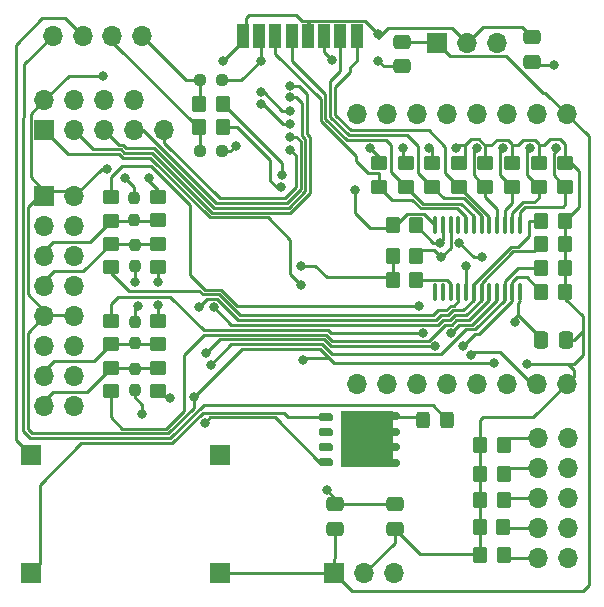
<source format=gbr>
%TF.GenerationSoftware,KiCad,Pcbnew,8.0.1*%
%TF.CreationDate,2024-04-28T21:45:25+02:00*%
%TF.ProjectId,EHealth_PCB,45486561-6c74-4685-9f50-43422e6b6963,rev?*%
%TF.SameCoordinates,Original*%
%TF.FileFunction,Copper,L1,Top*%
%TF.FilePolarity,Positive*%
%FSLAX46Y46*%
G04 Gerber Fmt 4.6, Leading zero omitted, Abs format (unit mm)*
G04 Created by KiCad (PCBNEW 8.0.1) date 2024-04-28 21:45:25*
%MOMM*%
%LPD*%
G01*
G04 APERTURE LIST*
G04 Aperture macros list*
%AMRoundRect*
0 Rectangle with rounded corners*
0 $1 Rounding radius*
0 $2 $3 $4 $5 $6 $7 $8 $9 X,Y pos of 4 corners*
0 Add a 4 corners polygon primitive as box body*
4,1,4,$2,$3,$4,$5,$6,$7,$8,$9,$2,$3,0*
0 Add four circle primitives for the rounded corners*
1,1,$1+$1,$2,$3*
1,1,$1+$1,$4,$5*
1,1,$1+$1,$6,$7*
1,1,$1+$1,$8,$9*
0 Add four rect primitives between the rounded corners*
20,1,$1+$1,$2,$3,$4,$5,0*
20,1,$1+$1,$4,$5,$6,$7,0*
20,1,$1+$1,$6,$7,$8,$9,0*
20,1,$1+$1,$8,$9,$2,$3,0*%
G04 Aperture macros list end*
%TA.AperFunction,SMDPad,CuDef*%
%ADD10RoundRect,0.250000X0.350000X0.450000X-0.350000X0.450000X-0.350000X-0.450000X0.350000X-0.450000X0*%
%TD*%
%TA.AperFunction,SMDPad,CuDef*%
%ADD11RoundRect,0.250000X-0.450000X0.350000X-0.450000X-0.350000X0.450000X-0.350000X0.450000X0.350000X0*%
%TD*%
%TA.AperFunction,ComponentPad*%
%ADD12O,1.700000X1.700000*%
%TD*%
%TA.AperFunction,SMDPad,CuDef*%
%ADD13RoundRect,0.250000X-0.350000X-0.450000X0.350000X-0.450000X0.350000X0.450000X-0.350000X0.450000X0*%
%TD*%
%TA.AperFunction,SMDPad,CuDef*%
%ADD14RoundRect,0.237500X0.237500X-0.250000X0.237500X0.250000X-0.237500X0.250000X-0.237500X-0.250000X0*%
%TD*%
%TA.AperFunction,ComponentPad*%
%ADD15R,1.700000X1.700000*%
%TD*%
%TA.AperFunction,SMDPad,CuDef*%
%ADD16RoundRect,0.100000X0.100000X-0.637500X0.100000X0.637500X-0.100000X0.637500X-0.100000X-0.637500X0*%
%TD*%
%TA.AperFunction,SMDPad,CuDef*%
%ADD17RoundRect,0.162500X-0.437500X-0.162500X0.437500X-0.162500X0.437500X0.162500X-0.437500X0.162500X0*%
%TD*%
%TA.AperFunction,SMDPad,CuDef*%
%ADD18R,4.500000X4.700000*%
%TD*%
%TA.AperFunction,SMDPad,CuDef*%
%ADD19RoundRect,0.175000X-0.325000X-0.175000X0.325000X-0.175000X0.325000X0.175000X-0.325000X0.175000X0*%
%TD*%
%TA.AperFunction,SMDPad,CuDef*%
%ADD20RoundRect,0.237500X0.250000X0.237500X-0.250000X0.237500X-0.250000X-0.237500X0.250000X-0.237500X0*%
%TD*%
%TA.AperFunction,SMDPad,CuDef*%
%ADD21RoundRect,0.250000X0.450000X-0.350000X0.450000X0.350000X-0.450000X0.350000X-0.450000X-0.350000X0*%
%TD*%
%TA.AperFunction,SMDPad,CuDef*%
%ADD22RoundRect,0.250000X0.475000X-0.337500X0.475000X0.337500X-0.475000X0.337500X-0.475000X-0.337500X0*%
%TD*%
%TA.AperFunction,SMDPad,CuDef*%
%ADD23RoundRect,0.250000X0.325000X0.450000X-0.325000X0.450000X-0.325000X-0.450000X0.325000X-0.450000X0*%
%TD*%
%TA.AperFunction,SMDPad,CuDef*%
%ADD24RoundRect,0.250000X-0.475000X0.337500X-0.475000X-0.337500X0.475000X-0.337500X0.475000X0.337500X0*%
%TD*%
%TA.AperFunction,SMDPad,CuDef*%
%ADD25RoundRect,0.237500X-0.237500X0.250000X-0.237500X-0.250000X0.237500X-0.250000X0.237500X0.250000X0*%
%TD*%
%TA.AperFunction,SMDPad,CuDef*%
%ADD26R,1.000000X2.000000*%
%TD*%
%TA.AperFunction,SMDPad,CuDef*%
%ADD27RoundRect,0.250000X0.337500X0.475000X-0.337500X0.475000X-0.337500X-0.475000X0.337500X-0.475000X0*%
%TD*%
%TA.AperFunction,ViaPad*%
%ADD28C,0.800000*%
%TD*%
%TA.AperFunction,Conductor*%
%ADD29C,0.250000*%
%TD*%
%TA.AperFunction,Conductor*%
%ADD30C,0.127000*%
%TD*%
G04 APERTURE END LIST*
D10*
%TO.P,R16,1*%
%TO.N,Net-(J1-Pin_4)*%
X220771616Y-100351675D03*
%TO.P,R16,2*%
%TO.N,+3.3V*%
X218771616Y-100351675D03*
%TD*%
D11*
%TO.P,R25,1*%
%TO.N,+3.3V*%
X226000000Y-69500000D03*
%TO.P,R25,2*%
%TO.N,/SDA_mult*%
X226000000Y-71500000D03*
%TD*%
%TO.P,R8,1*%
%TO.N,+3.3V*%
X191550000Y-72375159D03*
%TO.P,R8,2*%
%TO.N,Net-(D3-A2)*%
X191550000Y-74375159D03*
%TD*%
D12*
%TO.P,J1,1,Pin_1*%
%TO.N,GND*%
X226275000Y-102990000D03*
%TO.P,J1,2,Pin_2*%
%TO.N,Net-(J1-Pin_2)*%
X223735000Y-102990000D03*
%TO.P,J1,3,Pin_3*%
%TO.N,GND*%
X226275000Y-100450000D03*
%TO.P,J1,4,Pin_4*%
%TO.N,Net-(J1-Pin_4)*%
X223735000Y-100450000D03*
%TO.P,J1,5,Pin_5*%
%TO.N,GND*%
X226275000Y-97910000D03*
%TO.P,J1,6,Pin_6*%
%TO.N,Net-(J1-Pin_6)*%
X223735000Y-97910000D03*
%TO.P,J1,7,Pin_7*%
%TO.N,GND*%
X226275000Y-95370000D03*
%TO.P,J1,8,Pin_8*%
%TO.N,Net-(J1-Pin_8)*%
X223735000Y-95370000D03*
%TO.P,J1,9,Pin_9*%
%TO.N,GND*%
X226275000Y-92830000D03*
%TO.P,J1,10,Pin_10*%
%TO.N,Net-(J1-Pin_10)*%
X223735000Y-92830000D03*
%TD*%
D10*
%TO.P,R17,1*%
%TO.N,Net-(J1-Pin_2)*%
X220811509Y-102698100D03*
%TO.P,R17,2*%
%TO.N,+3.3V*%
X218811509Y-102698100D03*
%TD*%
D13*
%TO.P,R4,1*%
%TO.N,+3.3V*%
X211400000Y-74800000D03*
%TO.P,R4,2*%
%TO.N,/SDA*%
X213400000Y-74800000D03*
%TD*%
D11*
%TO.P,R27,1*%
%TO.N,+3.3V*%
X221500000Y-69500000D03*
%TO.P,R27,2*%
%TO.N,Net-(J2-Pin_4)*%
X221500000Y-71500000D03*
%TD*%
D14*
%TO.P,D5,1,A1*%
%TO.N,GND*%
X189550000Y-88762500D03*
%TO.P,D5,2,A2*%
%TO.N,Net-(D5-A2)*%
X189550000Y-86937500D03*
%TD*%
D10*
%TO.P,R10,1*%
%TO.N,+3.3V*%
X226000000Y-76400000D03*
%TO.P,R10,2*%
%TO.N,Net-(J4-Pin_6)*%
X224000000Y-76400000D03*
%TD*%
D15*
%TO.P,U2,1,-Vin*%
%TO.N,GND_12V*%
X180750000Y-94250000D03*
%TO.P,U2,2,+Vin*%
%TO.N,Net-(T1-S)*%
X180750000Y-104250000D03*
%TO.P,U2,3,-Vout*%
%TO.N,GND*%
X196750000Y-94250000D03*
%TO.P,U2,4,+Vout*%
%TO.N,VDD*%
X196750000Y-104250000D03*
%TD*%
D16*
%TO.P,U1,1,A0*%
%TO.N,unconnected-(U1-A0-Pad1)*%
X215025000Y-80462500D03*
%TO.P,U1,2,A1*%
%TO.N,unconnected-(U1-A1-Pad2)*%
X215675000Y-80462500D03*
%TO.P,U1,3,~{RESET}*%
%TO.N,Net-(U1-~{RESET})*%
X216325000Y-80462500D03*
%TO.P,U1,4,SD0*%
%TO.N,Net-(U1-SD0)*%
X216975000Y-80462500D03*
%TO.P,U1,5,SC0*%
%TO.N,Net-(U1-SC0)*%
X217625000Y-80462500D03*
%TO.P,U1,6,SD1*%
%TO.N,Net-(J4-Pin_8)*%
X218275000Y-80462500D03*
%TO.P,U1,7,SC1*%
%TO.N,Net-(J4-Pin_6)*%
X218925000Y-80462500D03*
%TO.P,U1,8,SD2*%
%TO.N,Net-(U1-SD2)*%
X219575000Y-80462500D03*
%TO.P,U1,9,SC2*%
%TO.N,Net-(U1-SC2)*%
X220225000Y-80462500D03*
%TO.P,U1,10,SD3*%
%TO.N,Net-(J4-Pin_16)*%
X220875000Y-80462500D03*
%TO.P,U1,11,SC3*%
%TO.N,Net-(J4-Pin_14)*%
X221525000Y-80462500D03*
%TO.P,U1,12,GND*%
%TO.N,GND*%
X222175000Y-80462500D03*
%TO.P,U1,13,SD4*%
%TO.N,/SDA_mult*%
X222175000Y-74737500D03*
%TO.P,U1,14,SC4*%
%TO.N,/SCL_mult*%
X221525000Y-74737500D03*
%TO.P,U1,15,SD5*%
%TO.N,Net-(J2-Pin_4)*%
X220875000Y-74737500D03*
%TO.P,U1,16,SC5*%
%TO.N,Net-(J2-Pin_3)*%
X220225000Y-74737500D03*
%TO.P,U1,17,SD6*%
%TO.N,Net-(J3-Pin_8)*%
X219575000Y-74737500D03*
%TO.P,U1,18,SC6*%
%TO.N,Net-(J3-Pin_7)*%
X218925000Y-74737500D03*
%TO.P,U1,19,SD7*%
%TO.N,Net-(J3-Pin_4)*%
X218275000Y-74737500D03*
%TO.P,U1,20,SC7*%
%TO.N,Net-(J3-Pin_3)*%
X217625000Y-74737500D03*
%TO.P,U1,21,A2*%
%TO.N,unconnected-(U1-A2-Pad21)*%
X216975000Y-74737500D03*
%TO.P,U1,22,SCL*%
%TO.N,/SCL*%
X216325000Y-74737500D03*
%TO.P,U1,23,SDA*%
%TO.N,/SDA*%
X215675000Y-74737500D03*
%TO.P,U1,24,VCC*%
%TO.N,+3.3V*%
X215025000Y-74737500D03*
%TD*%
D11*
%TO.P,R21,1*%
%TO.N,+3.3V*%
X217000000Y-69500000D03*
%TO.P,R21,2*%
%TO.N,Net-(J3-Pin_8)*%
X217000000Y-71500000D03*
%TD*%
D10*
%TO.P,R18,1*%
%TO.N,+3.3V*%
X226000000Y-78400000D03*
%TO.P,R18,2*%
%TO.N,Net-(J4-Pin_16)*%
X224000000Y-78400000D03*
%TD*%
D17*
%TO.P,T1,1,S*%
%TO.N,Net-(T1-S)*%
X205750000Y-91001813D03*
%TO.P,T1,2*%
%TO.N,N/C*%
X205750000Y-92271813D03*
%TO.P,T1,3*%
X205750000Y-93541813D03*
%TO.P,T1,4,G*%
%TO.N,GND_12V*%
X205750000Y-94811813D03*
D18*
%TO.P,T1,5,D*%
%TO.N,Net-(T1-D)*%
X209250000Y-92906813D03*
D19*
X211500000Y-90911813D03*
X211500000Y-92241813D03*
X211500000Y-93571813D03*
X211500000Y-94901813D03*
%TD*%
D15*
%TO.P,J4-OffTheShelf-Digital1,1,Pin_1*%
%TO.N,/A5*%
X181920000Y-66750000D03*
D12*
%TO.P,J4-OffTheShelf-Digital1,2,Pin_2*%
%TO.N,+3.3V*%
X181920000Y-64210000D03*
%TO.P,J4-OffTheShelf-Digital1,3,Pin_3*%
%TO.N,/SPI_CS*%
X184460000Y-66750000D03*
%TO.P,J4-OffTheShelf-Digital1,4,Pin_4*%
%TO.N,GND*%
X184460000Y-64210000D03*
%TO.P,J4-OffTheShelf-Digital1,5,Pin_5*%
%TO.N,/GPIO4_LED*%
X187000000Y-66750000D03*
%TO.P,J4-OffTheShelf-Digital1,6,Pin_6*%
%TO.N,/SDA*%
X187000000Y-64210000D03*
%TO.P,J4-OffTheShelf-Digital1,7,Pin_7*%
%TO.N,/GPIO20_RX*%
X189540000Y-66750000D03*
%TO.P,J4-OffTheShelf-Digital1,8,Pin_8*%
%TO.N,/SCL*%
X189540000Y-64210000D03*
%TO.P,J4-OffTheShelf-Digital1,9,Pin_9*%
%TO.N,/GPIO21_TX*%
X192080000Y-66750000D03*
%TD*%
D11*
%TO.P,R24,1*%
%TO.N,+3.3V*%
X223750000Y-69500000D03*
%TO.P,R24,2*%
%TO.N,/SCL_mult*%
X223750000Y-71500000D03*
%TD*%
%TO.P,R23,1*%
%TO.N,+3.3V*%
X212500000Y-69500000D03*
%TO.P,R23,2*%
%TO.N,Net-(J3-Pin_4)*%
X212500000Y-71500000D03*
%TD*%
D12*
%TO.P,MagneticInterconnect,1,Pin_1*%
%TO.N,VDD_12V*%
X182670000Y-58790000D03*
%TO.P,MagneticInterconnect,2,Pin_2*%
%TO.N,GND_12V*%
X185170000Y-58790000D03*
%TO.P,MagneticInterconnect,3,Pin_3*%
%TO.N,Net-(D2-A2)*%
X187670000Y-58790000D03*
%TO.P,MagneticInterconnect,4,Pin_4*%
%TO.N,Net-(D1-A2)*%
X190170000Y-58790000D03*
%TD*%
D15*
%TO.P,Power,1,Pin_1*%
%TO.N,VDD*%
X206460000Y-104250000D03*
D12*
%TO.P,Power,2,Pin_2*%
%TO.N,+3.3V*%
X209000000Y-104250000D03*
%TO.P,Power,3,Pin_3*%
%TO.N,GND*%
X211540000Y-104250000D03*
%TD*%
D10*
%TO.P,R9,1*%
%TO.N,+3.3V*%
X226000000Y-74400000D03*
%TO.P,R9,2*%
%TO.N,Net-(J4-Pin_8)*%
X224000000Y-74400000D03*
%TD*%
D11*
%TO.P,R26,1*%
%TO.N,+3.3V*%
X219250000Y-69500000D03*
%TO.P,R26,2*%
%TO.N,Net-(J2-Pin_3)*%
X219250000Y-71500000D03*
%TD*%
D20*
%TO.P,D2,1,A1*%
%TO.N,GND*%
X196912500Y-68500000D03*
%TO.P,D2,2,A2*%
%TO.N,Net-(D2-A2)*%
X195087500Y-68500000D03*
%TD*%
D21*
%TO.P,R7,1*%
%TO.N,+3.3V*%
X191550000Y-78350000D03*
%TO.P,R7,2*%
%TO.N,Net-(D4-A2)*%
X191550000Y-76350000D03*
%TD*%
D15*
%TO.P,J4,1,Pin_1*%
%TO.N,+3.3V*%
X181910000Y-72320000D03*
D12*
%TO.P,J4,2,Pin_2*%
X184450000Y-72320000D03*
%TO.P,J4,3,Pin_3*%
%TO.N,GND*%
X181910000Y-74860000D03*
%TO.P,J4,4,Pin_4*%
X184450000Y-74860000D03*
%TO.P,J4,5,Pin_5*%
%TO.N,Net-(D3-A2)*%
X181910000Y-77400000D03*
%TO.P,J4,6,Pin_6*%
%TO.N,Net-(J4-Pin_6)*%
X184450000Y-77400000D03*
%TO.P,J4,7,Pin_7*%
%TO.N,Net-(D4-A2)*%
X181910000Y-79940000D03*
%TO.P,J4,8,Pin_8*%
%TO.N,Net-(J4-Pin_8)*%
X184450000Y-79940000D03*
%TO.P,J4,9,Pin_9*%
%TO.N,+3.3V*%
X181910000Y-82480000D03*
%TO.P,J4,10,Pin_10*%
X184450000Y-82480000D03*
%TO.P,J4,11,Pin_11*%
%TO.N,GND*%
X181910000Y-85020000D03*
%TO.P,J4,12,Pin_12*%
X184450000Y-85020000D03*
%TO.P,J4,13,Pin_13*%
%TO.N,Net-(D6-A2)*%
X181910000Y-87560000D03*
%TO.P,J4,14,Pin_14*%
%TO.N,Net-(J4-Pin_14)*%
X184450000Y-87560000D03*
%TO.P,J4,15,Pin_15*%
%TO.N,Net-(D5-A2)*%
X181910000Y-90100000D03*
%TO.P,J4,16,Pin_16*%
%TO.N,Net-(J4-Pin_16)*%
X184450000Y-90100000D03*
%TD*%
D22*
%TO.P,C1,1*%
%TO.N,GND*%
X212184817Y-61337076D03*
%TO.P,C1,2*%
%TO.N,VDD*%
X212184817Y-59262076D03*
%TD*%
D10*
%TO.P,R14,1*%
%TO.N,Net-(J1-Pin_8)*%
X220811509Y-95832038D03*
%TO.P,R14,2*%
%TO.N,+3.3V*%
X218811509Y-95832038D03*
%TD*%
%TO.P,FB1,1*%
%TO.N,/SDA_mult*%
X197000000Y-66500000D03*
%TO.P,FB1,2*%
%TO.N,Net-(D2-A2)*%
X195000000Y-66500000D03*
%TD*%
D23*
%TO.P,F1,1*%
%TO.N,VDD_12V*%
X216025000Y-91250000D03*
%TO.P,F1,2*%
%TO.N,Net-(T1-D)*%
X213975000Y-91250000D03*
%TD*%
D24*
%TO.P,C4,1*%
%TO.N,GND*%
X206530000Y-98412500D03*
%TO.P,C4,2*%
%TO.N,VDD*%
X206530000Y-100487500D03*
%TD*%
D25*
%TO.P,D3,1,A1*%
%TO.N,GND*%
X189542528Y-72474079D03*
%TO.P,D3,2,A2*%
%TO.N,Net-(D3-A2)*%
X189542528Y-74299079D03*
%TD*%
D14*
%TO.P,D4,1,A1*%
%TO.N,GND*%
X189550000Y-78262500D03*
%TO.P,D4,2,A2*%
%TO.N,Net-(D4-A2)*%
X189550000Y-76437500D03*
%TD*%
D10*
%TO.P,R13,1*%
%TO.N,Net-(J1-Pin_10)*%
X220798693Y-93404591D03*
%TO.P,R13,2*%
%TO.N,+3.3V*%
X218798693Y-93404591D03*
%TD*%
D20*
%TO.P,D1,1,A1*%
%TO.N,GND*%
X196918103Y-62500000D03*
%TO.P,D1,2,A2*%
%TO.N,Net-(D1-A2)*%
X195093103Y-62500000D03*
%TD*%
D10*
%TO.P,R15,1*%
%TO.N,Net-(J1-Pin_6)*%
X220798280Y-98058578D03*
%TO.P,R15,2*%
%TO.N,+3.3V*%
X218798280Y-98058578D03*
%TD*%
D21*
%TO.P,FB5,1*%
%TO.N,Net-(U1-SD2)*%
X187550000Y-88850000D03*
%TO.P,FB5,2*%
%TO.N,Net-(D5-A2)*%
X187550000Y-86850000D03*
%TD*%
D11*
%TO.P,FB6,1*%
%TO.N,Net-(U1-SC2)*%
X187550000Y-82850000D03*
%TO.P,FB6,2*%
%TO.N,Net-(D6-A2)*%
X187550000Y-84850000D03*
%TD*%
D12*
%TO.P,LOLIN_C3_PICO1,1,VIN*%
%TO.N,VDD*%
X226131923Y-65341844D03*
%TO.P,LOLIN_C3_PICO1,2,GND*%
%TO.N,GND*%
X223591923Y-65341844D03*
%TO.P,LOLIN_C3_PICO1,3,6*%
%TO.N,/SPI_CS*%
X221051923Y-65341844D03*
%TO.P,LOLIN_C3_PICO1,4,7_-_RGB_LED*%
%TO.N,/GPIO4_LED*%
X218511923Y-65341844D03*
%TO.P,LOLIN_C3_PICO1,5,8_-_SDA*%
%TO.N,/SDA*%
X215971923Y-65341844D03*
%TO.P,LOLIN_C3_PICO1,6,10_-_SCL*%
%TO.N,/SCL*%
X213431923Y-65341844D03*
%TO.P,LOLIN_C3_PICO1,7,20_-_RX*%
%TO.N,/GPIO20_RX*%
X210891923Y-65341844D03*
%TO.P,LOLIN_C3_PICO1,8,21_-_TX*%
%TO.N,/GPIO21_TX*%
X208351923Y-65341844D03*
%TO.P,LOLIN_C3_PICO1,9,EN_-_RST*%
%TO.N,unconnected-(LOLIN_C3_PICO1-EN_-_RST-Pad9)*%
X208351923Y-88201844D03*
%TO.P,LOLIN_C3_PICO1,10,3_-_A3_-_VBAT*%
%TO.N,Net-(J1-Pin_2)*%
X210891923Y-88201844D03*
%TO.P,LOLIN_C3_PICO1,11,2_-_A2*%
%TO.N,Net-(J1-Pin_4)*%
X213431923Y-88201844D03*
%TO.P,LOLIN_C3_PICO1,12,1_-_A1_-_SCK*%
%TO.N,Net-(J1-Pin_6)*%
X215971923Y-88201844D03*
%TO.P,LOLIN_C3_PICO1,13,0_-_A0_-_MISO*%
%TO.N,Net-(J1-Pin_8)*%
X218511923Y-88201844D03*
%TO.P,LOLIN_C3_PICO1,14,4_-_A4_-_MOSI*%
%TO.N,Net-(J1-Pin_10)*%
X221051923Y-88201844D03*
%TO.P,LOLIN_C3_PICO1,15,5_-_A5*%
%TO.N,/A5*%
X223591923Y-88201844D03*
%TO.P,LOLIN_C3_PICO1,16,3.3V*%
%TO.N,+3.3V*%
X226131923Y-88201844D03*
%TD*%
D22*
%TO.P,C2,1*%
%TO.N,GND*%
X223202941Y-60937076D03*
%TO.P,C2,2*%
%TO.N,+3.3V*%
X223202941Y-58862076D03*
%TD*%
D13*
%TO.P,R1,1*%
%TO.N,+3.3V*%
X211394659Y-77400000D03*
%TO.P,R1,2*%
%TO.N,/SCL*%
X213394659Y-77400000D03*
%TD*%
D21*
%TO.P,R11,1*%
%TO.N,+3.3V*%
X191550000Y-88850000D03*
%TO.P,R11,2*%
%TO.N,Net-(D5-A2)*%
X191550000Y-86850000D03*
%TD*%
%TO.P,FB4,1*%
%TO.N,Net-(U1-SD0)*%
X187550000Y-78350000D03*
%TO.P,FB4,2*%
%TO.N,Net-(D4-A2)*%
X187550000Y-76350000D03*
%TD*%
D11*
%TO.P,R12,1*%
%TO.N,+3.3V*%
X191550000Y-82850000D03*
%TO.P,R12,2*%
%TO.N,Net-(D6-A2)*%
X191550000Y-84850000D03*
%TD*%
D10*
%TO.P,R19,1*%
%TO.N,+3.3V*%
X226000000Y-80400000D03*
%TO.P,R19,2*%
%TO.N,Net-(J4-Pin_14)*%
X224000000Y-80400000D03*
%TD*%
D15*
%TO.P,Power,1,Pin_1*%
%TO.N,VDD*%
X215144817Y-59324976D03*
D12*
%TO.P,Power,2,Pin_2*%
%TO.N,+3.3V*%
X217684817Y-59324976D03*
%TO.P,Power,3,Pin_3*%
%TO.N,GND*%
X220224817Y-59324976D03*
%TD*%
D11*
%TO.P,FB3,1*%
%TO.N,Net-(U1-SC0)*%
X187542528Y-72386579D03*
%TO.P,FB3,2*%
%TO.N,Net-(D3-A2)*%
X187542528Y-74386579D03*
%TD*%
D26*
%TO.P,J3,1,Pin_1*%
%TO.N,+3.3V*%
X198692860Y-58750000D03*
%TO.P,J3,2,Pin_2*%
%TO.N,GND*%
X200074288Y-58750000D03*
%TO.P,J3,3,Pin_3*%
%TO.N,Net-(J3-Pin_3)*%
X201455716Y-58750000D03*
%TO.P,J3,4,Pin_4*%
%TO.N,Net-(J3-Pin_4)*%
X202837144Y-58750000D03*
%TO.P,J3,5,Pin_5*%
%TO.N,+3.3V*%
X204218572Y-58750000D03*
%TO.P,J3,6,Pin_6*%
%TO.N,GND*%
X205600000Y-58750000D03*
%TO.P,J3,7,Pin_7*%
%TO.N,Net-(J3-Pin_7)*%
X206981428Y-58750000D03*
%TO.P,J3,8,Pin_8*%
%TO.N,Net-(J3-Pin_8)*%
X208362860Y-58750000D03*
%TD*%
D13*
%TO.P,FB2,1*%
%TO.N,Net-(D1-A2)*%
X195005603Y-64500000D03*
%TO.P,FB2,2*%
%TO.N,/SCL_mult*%
X197005603Y-64500000D03*
%TD*%
D27*
%TO.P,C3,1*%
%TO.N,+3.3V*%
X226037500Y-84500000D03*
%TO.P,C3,2*%
%TO.N,GND*%
X223962500Y-84500000D03*
%TD*%
D11*
%TO.P,R22,1*%
%TO.N,+3.3V*%
X210250000Y-69500000D03*
%TO.P,R22,2*%
%TO.N,Net-(J3-Pin_3)*%
X210250000Y-71500000D03*
%TD*%
D25*
%TO.P,D6,1,A1*%
%TO.N,GND*%
X189550000Y-82937500D03*
%TO.P,D6,2,A2*%
%TO.N,Net-(D6-A2)*%
X189550000Y-84762500D03*
%TD*%
D13*
%TO.P,R5,1*%
%TO.N,+3.3V*%
X211394659Y-79400000D03*
%TO.P,R5,2*%
%TO.N,Net-(U1-~{RESET})*%
X213394659Y-79400000D03*
%TD*%
D24*
%TO.P,C5,1*%
%TO.N,GND*%
X211570000Y-98412500D03*
%TO.P,C5,2*%
%TO.N,+3.3V*%
X211570000Y-100487500D03*
%TD*%
D11*
%TO.P,R20,1*%
%TO.N,+3.3V*%
X214750000Y-69500000D03*
%TO.P,R20,2*%
%TO.N,Net-(J3-Pin_7)*%
X214750000Y-71500000D03*
%TD*%
D28*
%TO.N,GND*%
X198132130Y-68029602D03*
X221750000Y-83000000D03*
X210200000Y-60834288D03*
X200250000Y-60834288D03*
X206250000Y-60750000D03*
X188750000Y-70750000D03*
X205800000Y-97200000D03*
X190189900Y-90750000D03*
X189800000Y-81600000D03*
X189550000Y-79600000D03*
X225056968Y-61235983D03*
%TO.N,+3.3V*%
X187250000Y-70000000D03*
X203800000Y-86200000D03*
X210200000Y-58600000D03*
X192558863Y-89411344D03*
X208200000Y-71800000D03*
X203677400Y-78200000D03*
X216750000Y-68232200D03*
X209500000Y-68232200D03*
X222750000Y-86500000D03*
X190750000Y-70750000D03*
X220000000Y-86400000D03*
X214500000Y-68232200D03*
X194589361Y-89291487D03*
X191550000Y-79600000D03*
X212250000Y-68232200D03*
X186886443Y-62124779D03*
X197000000Y-60834288D03*
X191550000Y-81500000D03*
%TO.N,/SDA*%
X215398582Y-76246671D03*
X219000000Y-77500000D03*
X200250000Y-63500000D03*
X217002400Y-76246671D03*
X202750000Y-65064302D03*
%TO.N,/SCL*%
X200250000Y-64500000D03*
X202750000Y-66176201D03*
X215500000Y-77500000D03*
%TO.N,/SPI_CS*%
X202750000Y-63000000D03*
%TO.N,/GPIO4_LED*%
X202750000Y-63952403D03*
%TO.N,/GPIO20_RX*%
X202750000Y-67288100D03*
%TO.N,/GPIO21_TX*%
X202750000Y-68400000D03*
%TO.N,/A5*%
X218000000Y-85722600D03*
X203677400Y-79822600D03*
%TO.N,GND_12V*%
X195500000Y-91500000D03*
%TO.N,Net-(J4-Pin_6)*%
X196250000Y-81707200D03*
%TO.N,Net-(J4-Pin_14)*%
X195600000Y-85600000D03*
X215000000Y-85000000D03*
X217391584Y-84989865D03*
%TO.N,Net-(J4-Pin_16)*%
X196000000Y-86600000D03*
%TO.N,Net-(J4-Pin_8)*%
X195000000Y-81707200D03*
%TO.N,Net-(U1-SC0)*%
X213600000Y-81600000D03*
X217577551Y-78250000D03*
%TO.N,Net-(J2-Pin_4)*%
X220750000Y-68250000D03*
%TO.N,Net-(J2-Pin_3)*%
X218500000Y-68250000D03*
%TO.N,Net-(U1-SC2)*%
X214000000Y-83920200D03*
X216321005Y-83921005D03*
%TO.N,/SDA_mult*%
X225250000Y-68250000D03*
X201939468Y-71580825D03*
%TO.N,/SCL_mult*%
X223000000Y-68250000D03*
X202000000Y-70500000D03*
%TD*%
D29*
%TO.N,GND_12V*%
X205200213Y-94811813D02*
X205750000Y-94811813D01*
X201443200Y-91054800D02*
X205200213Y-94811813D01*
X195945200Y-91054800D02*
X201443200Y-91054800D01*
X195500000Y-91500000D02*
X195945200Y-91054800D01*
%TO.N,GND*%
X198584288Y-62500000D02*
X200250000Y-60834288D01*
X222000000Y-81362500D02*
X222175000Y-81187500D01*
X205800000Y-97200000D02*
X206530000Y-97930000D01*
X225056968Y-61235983D02*
X223501848Y-61235983D01*
X200453136Y-59423372D02*
X200453136Y-58750000D01*
X189550000Y-78350000D02*
X189550000Y-79600000D01*
X197661732Y-68500000D02*
X198132130Y-68029602D01*
X196912500Y-68500000D02*
X197661732Y-68500000D01*
X223712500Y-84075000D02*
X222000000Y-82362500D01*
X208057500Y-98412500D02*
X211570000Y-98412500D01*
X223712500Y-84500000D02*
X223712500Y-84075000D01*
X223501848Y-61235983D02*
X223202941Y-60937076D01*
X189550000Y-81850000D02*
X189550000Y-82850000D01*
X189800000Y-81600000D02*
X189550000Y-81850000D01*
X200250000Y-58925712D02*
X200074288Y-58750000D01*
X212184817Y-61337076D02*
X210702788Y-61337076D01*
X205600000Y-58750000D02*
X205600000Y-60100000D01*
X210702788Y-61337076D02*
X210200000Y-60834288D01*
X208057500Y-98412500D02*
X206530000Y-98412500D01*
X196918103Y-62500000D02*
X198584288Y-62500000D01*
X206530000Y-97930000D02*
X206530000Y-98412500D01*
X188750000Y-70750000D02*
X189542528Y-71542528D01*
X190189900Y-89960100D02*
X189550000Y-89320200D01*
X222000000Y-82362500D02*
X222000000Y-81362500D01*
X190189900Y-90750000D02*
X190189900Y-89960100D01*
X221750000Y-82612500D02*
X222000000Y-82362500D01*
X221750000Y-83000000D02*
X221750000Y-82612500D01*
X189550000Y-88762500D02*
X189550000Y-89320200D01*
X200250000Y-60834288D02*
X200250000Y-58925712D01*
X189542528Y-71542528D02*
X189542528Y-72386579D01*
X205600000Y-60100000D02*
X206250000Y-60750000D01*
%TO.N,VDD*%
X221017039Y-60452376D02*
X224123170Y-63558507D01*
X215184600Y-59000000D02*
X215210000Y-59025400D01*
X215144817Y-59324976D02*
X216272217Y-60452376D01*
X196750000Y-104250000D02*
X206460000Y-104250000D01*
X212452417Y-59299576D02*
X215119417Y-59299576D01*
X216272217Y-60452376D02*
X221017039Y-60452376D01*
X224123170Y-63558507D02*
X224338507Y-63558507D01*
X227500000Y-105750000D02*
X207960000Y-105750000D01*
X206460000Y-103000000D02*
X206460000Y-104250000D01*
X228000000Y-67220000D02*
X228000000Y-105250000D01*
X228000000Y-105250000D02*
X227500000Y-105750000D01*
X224338507Y-63558507D02*
X228000000Y-67220000D01*
X207960000Y-105750000D02*
X206460000Y-104250000D01*
X206530000Y-102930000D02*
X206460000Y-103000000D01*
X206530000Y-100487500D02*
X206530000Y-102930000D01*
%TO.N,+3.3V*%
X208200000Y-71800000D02*
X208200000Y-73700000D01*
X199200000Y-57000000D02*
X199000000Y-57200000D01*
X197000000Y-60834288D02*
X198692860Y-59141428D01*
X219750000Y-68021006D02*
X219250000Y-68021006D01*
X180500000Y-73255724D02*
X180500000Y-80584276D01*
X181915724Y-82474276D02*
X181915724Y-82000000D01*
X226120000Y-88200000D02*
X223320000Y-91000000D01*
X225606209Y-67500000D02*
X224750000Y-67500000D01*
X221500000Y-69521006D02*
X221500000Y-68000000D01*
X212250000Y-69250000D02*
X212500000Y-69500000D01*
X220250000Y-67521006D02*
X219750000Y-68021006D01*
X203441663Y-57207576D02*
X203234087Y-57000000D01*
X212600000Y-73800000D02*
X214087500Y-73800000D01*
X222427400Y-67572600D02*
X222000000Y-68000000D01*
X184005221Y-62124779D02*
X186886443Y-62124779D01*
X226131923Y-88201844D02*
X226750000Y-87583767D01*
X203706687Y-57472600D02*
X204400000Y-57472600D01*
X226000000Y-69500000D02*
X226000000Y-67893791D01*
X223437098Y-67572600D02*
X222427400Y-67572600D01*
X218798693Y-93404591D02*
X218798693Y-102603958D01*
X223750000Y-67885502D02*
X223437098Y-67572600D01*
X199000000Y-58442860D02*
X198692860Y-58750000D01*
X210250000Y-68982200D02*
X210250000Y-69500000D01*
X221500000Y-68000000D02*
X221500000Y-67881508D01*
X214087500Y-73800000D02*
X215025000Y-74737500D01*
X216417885Y-58058044D02*
X217684817Y-59324976D01*
X226000000Y-69500000D02*
X226500000Y-69500000D01*
X191550000Y-72152400D02*
X191550000Y-72375159D01*
X198692860Y-59141428D02*
X198692860Y-58750000D01*
X199071708Y-59423372D02*
X199071708Y-58750000D01*
X211570000Y-100487500D02*
X211570000Y-101680000D01*
X226120000Y-87770000D02*
X226120000Y-88200000D01*
X209500000Y-75000000D02*
X211400000Y-75000000D01*
X221500000Y-68500000D02*
X221500000Y-68800000D01*
X226750000Y-87000000D02*
X226250000Y-86500000D01*
X223320000Y-91000000D02*
X219060449Y-91000000D01*
X222750000Y-86500000D02*
X226250000Y-86500000D01*
X180881480Y-92402400D02*
X180500000Y-92020920D01*
X219250000Y-69500000D02*
X219250000Y-68042011D01*
X227500000Y-82500000D02*
X226000000Y-81000000D01*
X219009793Y-58000000D02*
X217684817Y-59324976D01*
X180792600Y-65337400D02*
X180792600Y-70716876D01*
X204218572Y-57654028D02*
X204400000Y-57472600D01*
X221500000Y-67881508D02*
X221139498Y-67521006D01*
X180792600Y-70716876D02*
X181915724Y-71840000D01*
X210976349Y-58058044D02*
X216417885Y-58058044D01*
X227500000Y-85750000D02*
X227500000Y-83750000D01*
X206400000Y-86400000D02*
X206000000Y-86000000D01*
X223750000Y-69478994D02*
X223750000Y-67885502D01*
X182335724Y-82420000D02*
X184035724Y-82420000D01*
X221500000Y-68000000D02*
X222000000Y-68000000D01*
X208200000Y-73700000D02*
X209500000Y-75000000D01*
X223202941Y-58862076D02*
X222340865Y-58000000D01*
X218798693Y-102603958D02*
X213686458Y-102603958D01*
X209072600Y-57472600D02*
X204400000Y-57472600D01*
X190750000Y-71000000D02*
X191550000Y-71800000D01*
X205250000Y-85250000D02*
X206000000Y-86000000D01*
X226750000Y-86500000D02*
X227500000Y-85750000D01*
X194589361Y-89291487D02*
X194589361Y-90229719D01*
X226250000Y-86500000D02*
X226750000Y-86500000D01*
X180500000Y-83890000D02*
X181915724Y-82474276D01*
X218798693Y-91261756D02*
X218798693Y-93404591D01*
X204000000Y-86000000D02*
X206000000Y-86000000D01*
X226500000Y-69500000D02*
X227200000Y-70200000D01*
X227200000Y-73200000D02*
X226000000Y-74400000D01*
X198630848Y-85250000D02*
X205250000Y-85250000D01*
X181915724Y-71840000D02*
X184455724Y-71840000D01*
X194589361Y-90229719D02*
X192416680Y-92402400D01*
X224250000Y-69000000D02*
X223750000Y-69500000D01*
X191550000Y-81500000D02*
X191550000Y-82850000D01*
X204800000Y-78200000D02*
X205800000Y-79200000D01*
X192416680Y-92402400D02*
X180881480Y-92402400D01*
X216982200Y-68000000D02*
X217500000Y-68000000D01*
X226750000Y-87583767D02*
X226750000Y-87000000D01*
X218707989Y-67500000D02*
X218000000Y-67500000D01*
X227200000Y-70200000D02*
X227200000Y-73200000D01*
X222340865Y-58000000D02*
X219009793Y-58000000D01*
X214750000Y-68250000D02*
X214500000Y-68000000D01*
X210200000Y-58600000D02*
X209072600Y-57472600D01*
X226750000Y-84500000D02*
X227500000Y-83750000D01*
X191550000Y-71800000D02*
X191550000Y-72375159D01*
X219250000Y-68042011D02*
X218707989Y-67500000D01*
X209500000Y-68232200D02*
X210250000Y-68982200D01*
X211394659Y-79111722D02*
X211394659Y-76861722D01*
X212250000Y-68000000D02*
X212250000Y-69250000D01*
X204218572Y-58750000D02*
X204218572Y-57654028D01*
X184035724Y-82420000D02*
X184455724Y-82000000D01*
X217500000Y-68000000D02*
X217500000Y-69000000D01*
X203800000Y-86200000D02*
X204000000Y-86000000D01*
X205800000Y-79200000D02*
X211306381Y-79200000D01*
X213686458Y-102603958D02*
X211570000Y-100487500D01*
X210134817Y-58899576D02*
X210976349Y-58058044D01*
X203234087Y-57000000D02*
X199200000Y-57000000D01*
X199000000Y-57200000D02*
X199000000Y-58442860D01*
X191550000Y-79600000D02*
X191550000Y-78350000D01*
X224250000Y-68000000D02*
X223750000Y-68000000D01*
X220000000Y-86400000D02*
X206400000Y-86400000D01*
X226000000Y-67893791D02*
X225606209Y-67500000D01*
X187250000Y-70000000D02*
X186770000Y-70000000D01*
X180500000Y-80584276D02*
X181915724Y-82000000D01*
X181920000Y-64210000D02*
X180792600Y-65337400D01*
X216750000Y-68232200D02*
X216982200Y-68000000D01*
X186770000Y-70000000D02*
X184450000Y-72320000D01*
X203500000Y-78200000D02*
X204800000Y-78200000D01*
X224750000Y-67500000D02*
X224250000Y-68000000D01*
X191770207Y-88850000D02*
X191550000Y-88850000D01*
X227500000Y-83750000D02*
X227500000Y-82500000D01*
X203441663Y-57207576D02*
X203706687Y-57472600D01*
X211306381Y-79200000D02*
X211394659Y-79111722D01*
X214750000Y-69500000D02*
X214750000Y-68250000D01*
X181915724Y-71840000D02*
X180500000Y-73255724D01*
X219060449Y-91000000D02*
X218798693Y-91261756D01*
X181915724Y-82000000D02*
X182335724Y-82420000D01*
X180500000Y-92020920D02*
X180500000Y-83890000D01*
X194589361Y-89291487D02*
X198630848Y-85250000D01*
X211570000Y-101680000D02*
X209000000Y-104250000D01*
X211400000Y-75000000D02*
X212600000Y-73800000D01*
X226000000Y-81000000D02*
X226000000Y-76000000D01*
X181920000Y-64210000D02*
X184005221Y-62124779D01*
X218000000Y-67500000D02*
X217500000Y-68000000D01*
X219250000Y-68792011D02*
X219250000Y-69500000D01*
X221139498Y-67521006D02*
X220250000Y-67521006D01*
X226000000Y-76400000D02*
X226000000Y-74400000D01*
X225787500Y-84500000D02*
X226750000Y-84500000D01*
X190750000Y-70750000D02*
X190750000Y-71000000D01*
%TO.N,/SDA*%
X218255729Y-77500000D02*
X219000000Y-77500000D01*
X213400000Y-74800000D02*
X214846671Y-76246671D01*
X215675000Y-75970253D02*
X215398582Y-76246671D01*
X215675000Y-74737500D02*
X215675000Y-75970253D01*
X217002400Y-76246671D02*
X218255729Y-77500000D01*
X200000000Y-63500000D02*
X200500000Y-63500000D01*
X200500000Y-63500000D02*
X202064302Y-65064302D01*
X214846671Y-76246671D02*
X215398582Y-76246671D01*
X202064302Y-65064302D02*
X202750000Y-65064302D01*
X215675000Y-74761494D02*
X215675000Y-74137500D01*
%TO.N,/SCL*%
X200000000Y-64500000D02*
X200446104Y-64500000D01*
X202122305Y-66176201D02*
X202750000Y-66176201D01*
X215500000Y-77500000D02*
X214861722Y-76861722D01*
X214861722Y-76861722D02*
X213394659Y-76861722D01*
X200446104Y-64500000D02*
X202122305Y-66176201D01*
X215500000Y-77500000D02*
X216325000Y-76675000D01*
X216325000Y-76675000D02*
X216325000Y-74737500D01*
%TO.N,/SPI_CS*%
X202750000Y-63000000D02*
X203457989Y-63000000D01*
X204152400Y-67052340D02*
X204407202Y-67307142D01*
X191014240Y-68652400D02*
X188695160Y-68652400D01*
X204152400Y-63694411D02*
X204152400Y-67052340D01*
X188390360Y-68347600D02*
X186057600Y-68347600D01*
X203457989Y-63000000D02*
X204152400Y-63694411D01*
X186057600Y-68347600D02*
X184460000Y-66750000D01*
X204407202Y-67307142D02*
X204407202Y-72050038D01*
X188695160Y-68652400D02*
X188390360Y-68347600D01*
X202750040Y-73707200D02*
X196069040Y-73707200D01*
X204407202Y-72050038D02*
X202750040Y-73707200D01*
X196069040Y-73707200D02*
X191014240Y-68652400D01*
%TO.N,/GPIO4_LED*%
X204004800Y-71883360D02*
X202583360Y-73304800D01*
X203750000Y-67219020D02*
X204004800Y-67473820D01*
X203250000Y-63952403D02*
X203750000Y-64452403D01*
X204004800Y-67473820D02*
X204004800Y-71883360D01*
X202583360Y-73304800D02*
X196235720Y-73304800D01*
X188557040Y-67945200D02*
X188195200Y-67945200D01*
X188195200Y-67945200D02*
X187000000Y-66750000D01*
X188861840Y-68250000D02*
X188557040Y-67945200D01*
X202750000Y-63952403D02*
X203250000Y-63952403D01*
X203750000Y-64452403D02*
X203750000Y-67219020D01*
X191180920Y-68250000D02*
X188861840Y-68250000D01*
X196235720Y-73304800D02*
X191180920Y-68250000D01*
%TO.N,/GPIO20_RX*%
X196402400Y-72902400D02*
X190250000Y-66750000D01*
X202416680Y-72902400D02*
X196402400Y-72902400D01*
X203602400Y-71716680D02*
X202416680Y-72902400D01*
X202750000Y-67288100D02*
X203250000Y-67288100D01*
X203250000Y-67288100D02*
X203602400Y-67640500D01*
X190250000Y-66750000D02*
X189540000Y-66750000D01*
X203602400Y-67640500D02*
X203602400Y-71716680D01*
%TO.N,/GPIO21_TX*%
X203200000Y-68850000D02*
X203200000Y-71550000D01*
X192080000Y-67830000D02*
X192080000Y-66750000D01*
X202250000Y-72500000D02*
X196750000Y-72500000D01*
X196750000Y-72500000D02*
X192080000Y-67830000D01*
X203200000Y-71550000D02*
X202250000Y-72500000D01*
X202750000Y-68400000D02*
X203200000Y-68850000D01*
%TO.N,Net-(J1-Pin_4)*%
X223735000Y-100450000D02*
X220869941Y-100450000D01*
X220869941Y-100450000D02*
X220771616Y-100351675D01*
%TO.N,Net-(J1-Pin_2)*%
X221103409Y-102990000D02*
X220811509Y-102698100D01*
X223735000Y-102990000D02*
X221103409Y-102990000D01*
%TO.N,Net-(J1-Pin_10)*%
X223735000Y-92830000D02*
X221373284Y-92830000D01*
X221373284Y-92830000D02*
X220798693Y-93404591D01*
%TO.N,Net-(J1-Pin_6)*%
X223735000Y-97910000D02*
X220946858Y-97910000D01*
X220946858Y-97910000D02*
X220798280Y-98058578D01*
%TO.N,Net-(J1-Pin_8)*%
X223735000Y-95370000D02*
X221273547Y-95370000D01*
X221273547Y-95370000D02*
X220811509Y-95832038D01*
%TO.N,/A5*%
X183920000Y-68750000D02*
X188223680Y-68750000D01*
X218222600Y-85500000D02*
X220500000Y-85500000D01*
X190847560Y-69054800D02*
X195902361Y-74109601D01*
X202750000Y-76000000D02*
X202750000Y-78895200D01*
X223200000Y-88200000D02*
X223580000Y-88200000D01*
X218000000Y-85722600D02*
X218222600Y-85500000D01*
X188223680Y-68750000D02*
X188528480Y-69054800D01*
X181920000Y-66750000D02*
X183920000Y-68750000D01*
X220500000Y-85500000D02*
X223200000Y-88200000D01*
X188528480Y-69054800D02*
X190847560Y-69054800D01*
X195902361Y-74109601D02*
X200859600Y-74109600D01*
X200859600Y-74109600D02*
X202750000Y-76000000D01*
X202750000Y-78895200D02*
X203677400Y-79822600D01*
%TO.N,Net-(U1-~{RESET})*%
X215999999Y-79400000D02*
X213394659Y-79400000D01*
D30*
X213394659Y-79400000D02*
X213794659Y-79000000D01*
D29*
X216325000Y-79725001D02*
X215999999Y-79400000D01*
X216325000Y-80462500D02*
X216325000Y-79725001D01*
%TO.N,Net-(T1-D)*%
X213975000Y-91250000D02*
X213725000Y-91000000D01*
X210000000Y-92411813D02*
X210000000Y-92906813D01*
X211411813Y-91000000D02*
X210000000Y-92411813D01*
X213725000Y-91000000D02*
X211411813Y-91000000D01*
%TO.N,VDD_12V*%
X195388160Y-90000000D02*
X214775000Y-90000000D01*
X180227587Y-65572413D02*
X180097600Y-65702400D01*
X192583360Y-92804800D02*
X195388160Y-90000000D01*
X214775000Y-90000000D02*
X216025000Y-91250000D01*
X182548979Y-58801394D02*
X180227587Y-61122786D01*
X180097600Y-92187600D02*
X180714801Y-92804801D01*
X180227587Y-61122786D02*
X180227587Y-65572413D01*
X180714801Y-92804801D02*
X192583360Y-92804800D01*
X180097600Y-65702400D02*
X180097600Y-92187600D01*
%TO.N,GND_12V*%
X185170000Y-58790000D02*
X183630000Y-57250000D01*
X181750000Y-57250000D02*
X179500000Y-59500000D01*
X183630000Y-57250000D02*
X181750000Y-57250000D01*
X179500000Y-93000000D02*
X180750000Y-94250000D01*
X179500000Y-59500000D02*
X179500000Y-93000000D01*
%TO.N,Net-(D5-A2)*%
X189550000Y-86850000D02*
X191550000Y-86850000D01*
X182665724Y-88870000D02*
X185530000Y-88870000D01*
X182665724Y-88870000D02*
X181915724Y-89620000D01*
X185530000Y-88870000D02*
X187550000Y-86850000D01*
X187550000Y-86850000D02*
X189550000Y-86850000D01*
%TO.N,Net-(D6-A2)*%
X186110000Y-86290000D02*
X182705724Y-86290000D01*
X187550000Y-84850000D02*
X187050000Y-84850000D01*
X182705724Y-86290000D02*
X181915724Y-87080000D01*
X191550000Y-84850000D02*
X189550000Y-84850000D01*
X187550000Y-84850000D02*
X186110000Y-86290000D01*
X187550000Y-84850000D02*
X189550000Y-84850000D01*
%TO.N,Net-(J4-Pin_6)*%
X215272931Y-83200000D02*
X215675332Y-82797599D01*
X221600000Y-77000000D02*
X218925000Y-79675000D01*
X216638120Y-82392800D02*
X217618694Y-82392800D01*
X224000000Y-76400000D02*
X223400000Y-77000000D01*
X197742800Y-83200000D02*
X215272931Y-83200000D01*
X217618694Y-82392800D02*
X218925000Y-81086494D01*
X218925000Y-79675000D02*
X218925000Y-80462500D01*
X215675332Y-82797599D02*
X216233320Y-82797600D01*
X216233320Y-82797600D02*
X216638120Y-82392800D01*
X223400000Y-77000000D02*
X221600000Y-77000000D01*
X218925000Y-81086494D02*
X218925000Y-80462500D01*
X196250000Y-81707200D02*
X197742800Y-83200000D01*
%TO.N,Net-(J4-Pin_14)*%
X222800000Y-79200000D02*
X224000000Y-80400000D01*
X221937500Y-79200000D02*
X222800000Y-79200000D01*
X217391584Y-84989865D02*
X218379048Y-84002401D01*
X218699724Y-84002401D02*
X221525000Y-81177125D01*
X218379048Y-84002401D02*
X218699724Y-84002401D01*
X221525000Y-79612500D02*
X221525000Y-80462500D01*
X221525000Y-79612500D02*
X221937500Y-79200000D01*
X206138160Y-85000000D02*
X205583359Y-84445199D01*
X196754801Y-84445199D02*
X195600000Y-85600000D01*
X205583359Y-84445199D02*
X196754801Y-84445199D01*
X221525000Y-81177125D02*
X221525000Y-80462500D01*
X215000000Y-85000000D02*
X206138160Y-85000000D01*
%TO.N,Net-(J4-Pin_16)*%
X215480000Y-85720000D02*
X217600000Y-83600000D01*
X206289080Y-85720000D02*
X215480000Y-85720000D01*
X197752400Y-84847600D02*
X205416680Y-84847600D01*
X218361494Y-83600000D02*
X220875000Y-81086494D01*
X220875000Y-79525000D02*
X220875000Y-80462500D01*
X224000000Y-78400000D02*
X222000000Y-78400000D01*
X205416680Y-84847600D02*
X206289080Y-85720000D01*
X217600000Y-83600000D02*
X218361494Y-83600000D01*
X220875000Y-81086494D02*
X220875000Y-80462500D01*
X196000000Y-86600000D02*
X197752400Y-84847600D01*
X222000000Y-78400000D02*
X220875000Y-79525000D01*
%TO.N,Net-(J4-Pin_8)*%
X218275000Y-79755920D02*
X218275000Y-80525000D01*
X196530589Y-81029800D02*
X198298389Y-82797600D01*
X222002400Y-76597600D02*
X221433320Y-76597600D01*
X221433320Y-76597600D02*
X218275000Y-79755920D01*
X215106251Y-82797600D02*
X215508653Y-82395198D01*
X216471440Y-81990400D02*
X217371094Y-81990400D01*
X198298389Y-82797600D02*
X215106251Y-82797600D01*
X218275000Y-81086494D02*
X218275000Y-80462500D01*
X195677400Y-81029800D02*
X196530589Y-81029800D01*
X195000000Y-81500000D02*
X195000000Y-81707200D01*
X215508653Y-82395198D02*
X216066641Y-82395199D01*
X195000000Y-81707200D02*
X195677400Y-81029800D01*
X216066641Y-82395199D02*
X216471440Y-81990400D01*
X217371094Y-81990400D02*
X218275000Y-81086494D01*
X222950478Y-74400000D02*
X222950478Y-75649522D01*
X222950478Y-75649522D02*
X222002400Y-76597600D01*
X224000000Y-74400000D02*
X222950478Y-74400000D01*
%TO.N,Net-(D1-A2)*%
X190170000Y-58790000D02*
X193880000Y-62500000D01*
X193880000Y-62500000D02*
X195093103Y-62500000D01*
X195093103Y-62500000D02*
X195093103Y-64412500D01*
%TO.N,Net-(D2-A2)*%
X187670000Y-58790000D02*
X187670000Y-59230000D01*
X195087500Y-68500000D02*
X195087500Y-66587500D01*
X187670000Y-59230000D02*
X194940000Y-66500000D01*
X195087500Y-66587500D02*
X195000000Y-66500000D01*
X194940000Y-66500000D02*
X195000000Y-66500000D01*
%TO.N,Net-(D3-A2)*%
X190038343Y-74386579D02*
X191565735Y-74386579D01*
X188038343Y-74386579D02*
X190038343Y-74386579D01*
X182665724Y-76170000D02*
X181915724Y-76920000D01*
X185759107Y-76170000D02*
X182665724Y-76170000D01*
X191565735Y-74386579D02*
X191800065Y-74620909D01*
X187542528Y-74386579D02*
X185759107Y-76170000D01*
%TO.N,Net-(D4-A2)*%
X187550000Y-76350000D02*
X185220000Y-78680000D01*
X182695724Y-78680000D02*
X181915724Y-79460000D01*
X185220000Y-78680000D02*
X182695724Y-78680000D01*
X187550000Y-76350000D02*
X189550000Y-76350000D01*
X191550000Y-76350000D02*
X189550000Y-76350000D01*
%TO.N,Net-(J3-Pin_7)*%
X214750000Y-71500000D02*
X215728623Y-72478623D01*
X213581574Y-70331574D02*
X213581574Y-68081574D01*
X212652400Y-67152400D02*
X207667426Y-67152400D01*
X207667426Y-67152400D02*
X206097599Y-65582573D01*
X213581574Y-68081574D02*
X212652400Y-67152400D01*
X206097600Y-62600000D02*
X206981428Y-61716172D01*
X217409543Y-72478623D02*
X218925000Y-73994080D01*
X218925000Y-73994080D02*
X218925000Y-74737500D01*
X215728623Y-72478623D02*
X217409543Y-72478623D01*
X214750000Y-71500000D02*
X213581574Y-70331574D01*
X206981428Y-61716172D02*
X206981428Y-58750000D01*
X206097599Y-65582573D02*
X206097600Y-62600000D01*
%TO.N,Net-(U1-SC0)*%
X194250000Y-79000000D02*
X195475000Y-80225000D01*
X217625000Y-78297449D02*
X217625000Y-80462500D01*
X217577551Y-78250000D02*
X217625000Y-78297449D01*
X187542528Y-70707472D02*
X188500000Y-69750000D01*
X195475000Y-80225000D02*
X196863948Y-80224999D01*
X196863948Y-80224999D02*
X198238949Y-81600000D01*
X187542528Y-72386579D02*
X187542528Y-70707472D01*
X188500000Y-69750000D02*
X190973680Y-69750000D01*
X190973680Y-69750000D02*
X194250000Y-73026320D01*
X194250000Y-73026320D02*
X194250000Y-79000000D01*
X198238949Y-81600000D02*
X213600000Y-81600000D01*
%TO.N,Net-(U1-SD0)*%
X189108714Y-80358714D02*
X195039634Y-80358714D01*
X216612000Y-81588000D02*
X216975000Y-81225000D01*
X198465069Y-82395200D02*
X214857160Y-82395200D01*
X187550000Y-78800000D02*
X189108714Y-80358714D01*
X187550000Y-78350000D02*
X187550000Y-78800000D01*
X195039634Y-80358714D02*
X195308320Y-80627400D01*
X215899961Y-81992799D02*
X216304760Y-81588000D01*
X196697268Y-80627399D02*
X198465069Y-82395200D01*
X215259561Y-81992799D02*
X215899961Y-81992799D01*
X214857160Y-82395200D02*
X215259561Y-81992799D01*
X216304760Y-81588000D02*
X216612000Y-81588000D01*
X195308320Y-80627400D02*
X196697268Y-80627399D01*
X216975000Y-81225000D02*
X216975000Y-80462500D01*
%TO.N,Net-(J3-Pin_8)*%
X208362860Y-60837140D02*
X208362860Y-58750000D01*
X215874206Y-68124206D02*
X214500000Y-66750000D01*
X217000000Y-71500000D02*
X219575000Y-74075000D01*
X219575000Y-74075000D02*
X219575000Y-74737500D01*
X214500000Y-66750000D02*
X207834106Y-66750000D01*
X207800000Y-61800000D02*
X207800000Y-61400000D01*
X215874206Y-70374206D02*
X215874206Y-68124206D01*
X206500000Y-63100000D02*
X207800000Y-61800000D01*
X207834106Y-66750000D02*
X206500000Y-65415894D01*
X206500000Y-65415894D02*
X206500000Y-63100000D01*
X217000000Y-71500000D02*
X215874206Y-70374206D01*
X207800000Y-61400000D02*
X208362860Y-60837140D01*
%TO.N,Net-(J3-Pin_4)*%
X205695198Y-65749252D02*
X205695198Y-63695198D01*
X213948568Y-72948568D02*
X217223567Y-72948568D01*
X212500000Y-71500000D02*
X211250000Y-70250000D01*
X211250000Y-70250000D02*
X211250000Y-68000000D01*
X211250000Y-68000000D02*
X210804800Y-67554800D01*
X202837144Y-60837144D02*
X202837144Y-58750000D01*
X217223567Y-72948568D02*
X218275000Y-74000001D01*
X212500000Y-71500000D02*
X213948568Y-72948568D01*
X207500746Y-67554800D02*
X205695198Y-65749252D01*
X210804800Y-67554800D02*
X207500746Y-67554800D01*
X205695198Y-63695198D02*
X202837144Y-60837144D01*
X218275000Y-74000001D02*
X218275000Y-74737500D01*
%TO.N,Net-(J3-Pin_3)*%
X213030920Y-72600000D02*
X213781888Y-73350968D01*
X209351008Y-70377400D02*
X210250000Y-70377400D01*
X205292799Y-65915933D02*
X208296379Y-68919513D01*
X216862462Y-73350968D02*
X217625000Y-74113506D01*
X208296379Y-69322771D02*
X209351008Y-70377400D01*
X201455716Y-60274796D02*
X205292800Y-64111880D01*
X210250000Y-70377400D02*
X210250000Y-71500000D01*
X213781888Y-73350968D02*
X216862462Y-73350968D01*
X211350000Y-72600000D02*
X213030920Y-72600000D01*
X205292800Y-64111880D02*
X205292799Y-65915933D01*
X210250000Y-71500000D02*
X211350000Y-72600000D01*
X208296379Y-68919513D02*
X208296379Y-69322771D01*
X201455716Y-58750000D02*
X201455716Y-60274796D01*
X217625000Y-74113506D02*
X217625000Y-74537500D01*
%TO.N,Net-(J2-Pin_4)*%
X221500000Y-72872336D02*
X220875000Y-73497336D01*
X220500000Y-70500000D02*
X221500000Y-71500000D01*
X220875000Y-73497336D02*
X220875000Y-74737500D01*
X221500000Y-71500000D02*
X221500000Y-72872336D01*
X220500000Y-68250000D02*
X220500000Y-70500000D01*
%TO.N,Net-(J2-Pin_3)*%
X219250000Y-71500000D02*
X219200000Y-71550000D01*
X219200000Y-72400000D02*
X220225000Y-73425000D01*
X218250000Y-68500000D02*
X218250000Y-70500000D01*
X219200000Y-71550000D02*
X219200000Y-72400000D01*
X218500000Y-68250000D02*
X218250000Y-68500000D01*
X220225000Y-73425000D02*
X220225000Y-74737500D01*
X218250000Y-70500000D02*
X219250000Y-71500000D01*
%TO.N,Net-(U1-SD2)*%
X195457201Y-84042799D02*
X193750000Y-85750000D01*
X192250000Y-92000000D02*
X188500000Y-92000000D01*
X193750000Y-90500000D02*
X192250000Y-92000000D01*
X193750000Y-85750000D02*
X193750000Y-90500000D01*
X216804800Y-82795200D02*
X216400000Y-83200000D01*
X217866294Y-82795200D02*
X216804800Y-82795200D01*
X216400000Y-83200000D02*
X215842011Y-83200000D01*
X206304840Y-84597600D02*
X205750039Y-84042799D01*
X214444411Y-84597600D02*
X206304840Y-84597600D01*
X215842011Y-83200000D02*
X214444411Y-84597600D01*
X187550000Y-91050000D02*
X187550000Y-88850000D01*
X188500000Y-92000000D02*
X187550000Y-91050000D01*
X205750039Y-84042799D02*
X195457201Y-84042799D01*
X219575000Y-80462500D02*
X219575000Y-81086494D01*
X219575000Y-81086494D02*
X217866294Y-82795200D01*
%TO.N,Net-(U1-SC2)*%
X216321005Y-83921005D02*
X217044410Y-83197600D01*
X218113894Y-83197600D02*
X220225000Y-81086494D01*
X220225000Y-81086494D02*
X220225000Y-80462500D01*
X195390398Y-83640398D02*
X205916718Y-83640398D01*
X217044410Y-83197600D02*
X218113894Y-83197600D01*
X187550000Y-82850000D02*
X187550000Y-81450000D01*
X192572600Y-80822600D02*
X195390398Y-83640398D01*
X206191213Y-83914893D02*
X213994693Y-83914893D01*
X213994693Y-83914893D02*
X214000000Y-83920200D01*
X188177400Y-80822600D02*
X192572600Y-80822600D01*
X205916718Y-83640398D02*
X206191213Y-83914893D01*
X187550000Y-81450000D02*
X188177400Y-80822600D01*
%TO.N,Net-(T1-S)*%
X181500000Y-103500000D02*
X181500000Y-96750000D01*
X185042799Y-93207201D02*
X192750039Y-93207201D01*
X195304840Y-90652400D02*
X202159667Y-90652400D01*
X192750039Y-93207201D02*
X195304840Y-90652400D01*
X180750000Y-104250000D02*
X181500000Y-103500000D01*
X202159667Y-90652400D02*
X202507267Y-91000000D01*
X202507267Y-91000000D02*
X205748187Y-91000000D01*
X181500000Y-96750000D02*
X185042799Y-93207201D01*
X205748187Y-91000000D02*
X205750000Y-91001813D01*
%TO.N,/SDA_mult*%
X225022600Y-70522600D02*
X226000000Y-71500000D01*
X201000000Y-71000000D02*
X201580825Y-71580825D01*
X201580825Y-71580825D02*
X201939468Y-71580825D01*
X225022600Y-68727400D02*
X225022600Y-70522600D01*
X201000000Y-69250000D02*
X201000000Y-71000000D01*
X197000000Y-66500000D02*
X198250000Y-66500000D01*
X198250000Y-66500000D02*
X201000000Y-69250000D01*
X225800000Y-73200000D02*
X222600000Y-73200000D01*
X222600000Y-73200000D02*
X222175000Y-73625000D01*
X222175000Y-73625000D02*
X222175000Y-74737500D01*
X226000000Y-71500000D02*
X226000000Y-73000000D01*
X225500000Y-68250000D02*
X225022600Y-68727400D01*
X226000000Y-73000000D02*
X225800000Y-73200000D01*
%TO.N,/SCL_mult*%
X223402400Y-72797600D02*
X222433321Y-72797599D01*
X223750000Y-71500000D02*
X223750000Y-72450000D01*
X222772600Y-70522600D02*
X223750000Y-71500000D01*
X197005603Y-64500000D02*
X202000000Y-69494397D01*
X222772600Y-68250000D02*
X222772600Y-70522600D01*
X222433321Y-72797599D02*
X221525000Y-73705920D01*
X202000000Y-69494397D02*
X202000000Y-70500000D01*
X223750000Y-72450000D02*
X223402400Y-72797600D01*
X201872552Y-70500000D02*
X202000000Y-70500000D01*
X221525000Y-73705920D02*
X221525000Y-74737500D01*
%TD*%
M02*

</source>
